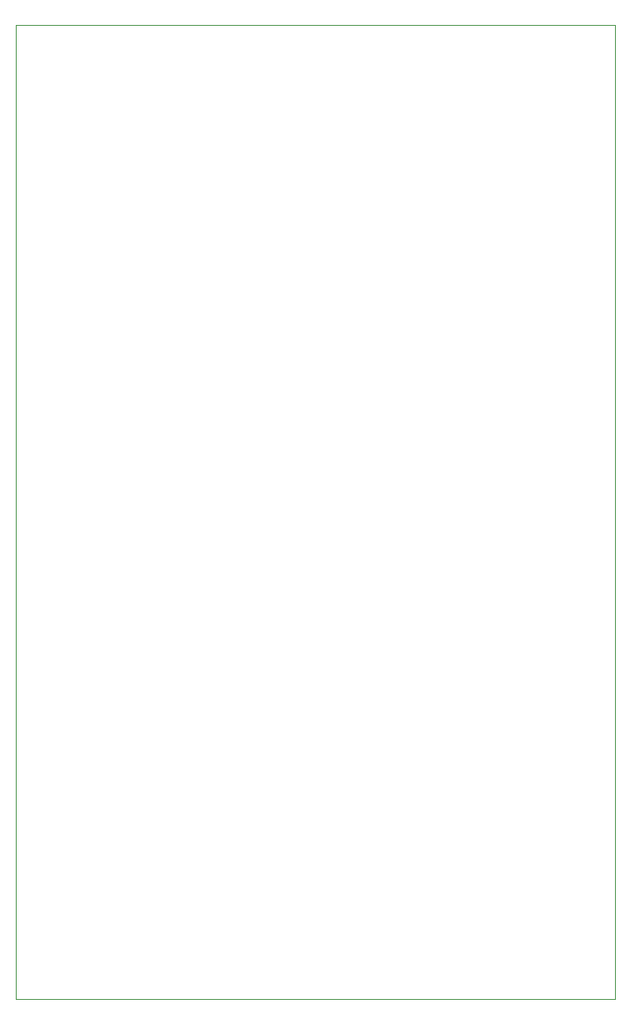
<source format=gbr>
%TF.GenerationSoftware,KiCad,Pcbnew,(5.1.6)-1*%
%TF.CreationDate,2021-07-16T15:38:45-04:00*%
%TF.ProjectId,ProbeMaster,50726f62-654d-4617-9374-65722e6b6963,rev?*%
%TF.SameCoordinates,Original*%
%TF.FileFunction,Profile,NP*%
%FSLAX46Y46*%
G04 Gerber Fmt 4.6, Leading zero omitted, Abs format (unit mm)*
G04 Created by KiCad (PCBNEW (5.1.6)-1) date 2021-07-16 15:38:45*
%MOMM*%
%LPD*%
G01*
G04 APERTURE LIST*
%TA.AperFunction,Profile*%
%ADD10C,0.050000*%
%TD*%
%TA.AperFunction,Profile*%
%ADD11C,0.100000*%
%TD*%
G04 APERTURE END LIST*
D10*
X161290000Y-45720000D02*
X222250000Y-45720000D01*
D11*
X161290000Y-144780000D02*
X161290000Y-45720000D01*
X222250000Y-144780000D02*
X161290000Y-144780000D01*
D10*
X222250000Y-45720000D02*
X222250000Y-144780000D01*
M02*

</source>
